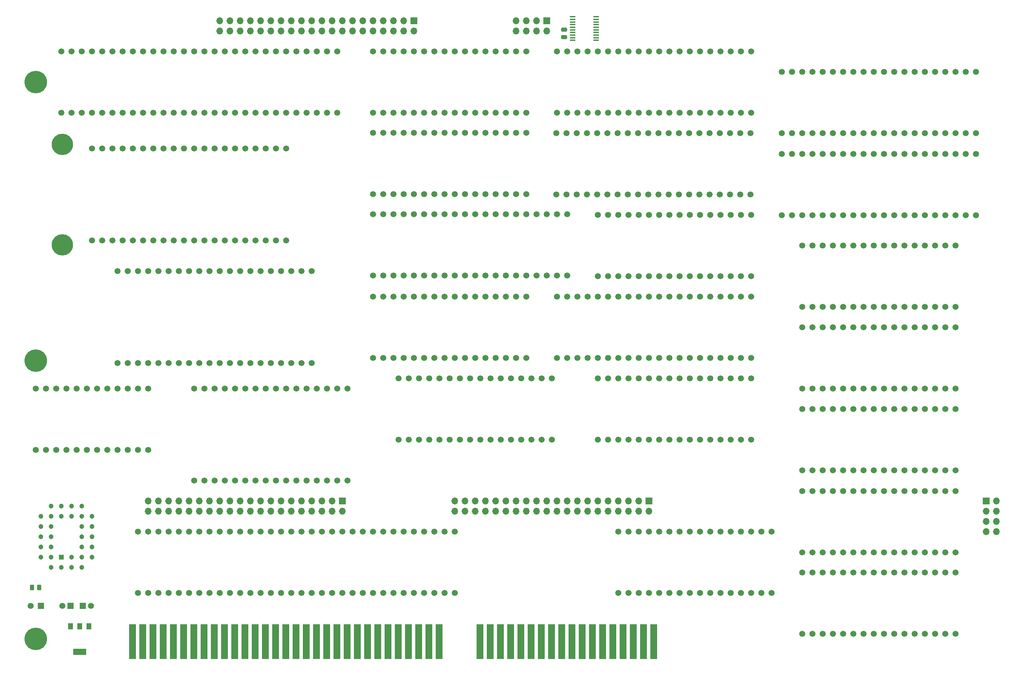
<source format=gts>
%TF.GenerationSoftware,KiCad,Pcbnew,8.0.4*%
%TF.CreationDate,2024-08-23T11:00:08+02:00*%
%TF.ProjectId,Video Board - Signals,56696465-6f20-4426-9f61-7264202d2053,rev?*%
%TF.SameCoordinates,PX18392c0PY1360f00*%
%TF.FileFunction,Soldermask,Top*%
%TF.FilePolarity,Negative*%
%FSLAX46Y46*%
G04 Gerber Fmt 4.6, Leading zero omitted, Abs format (unit mm)*
G04 Created by KiCad (PCBNEW 8.0.4) date 2024-08-23 11:00:08*
%MOMM*%
%LPD*%
G01*
G04 APERTURE LIST*
G04 Aperture macros list*
%AMRoundRect*
0 Rectangle with rounded corners*
0 $1 Rounding radius*
0 $2 $3 $4 $5 $6 $7 $8 $9 X,Y pos of 4 corners*
0 Add a 4 corners polygon primitive as box body*
4,1,4,$2,$3,$4,$5,$6,$7,$8,$9,$2,$3,0*
0 Add four circle primitives for the rounded corners*
1,1,$1+$1,$2,$3*
1,1,$1+$1,$4,$5*
1,1,$1+$1,$6,$7*
1,1,$1+$1,$8,$9*
0 Add four rect primitives between the rounded corners*
20,1,$1+$1,$2,$3,$4,$5,0*
20,1,$1+$1,$4,$5,$6,$7,0*
20,1,$1+$1,$6,$7,$8,$9,0*
20,1,$1+$1,$8,$9,$2,$3,0*%
G04 Aperture macros list end*
%ADD10C,5.600000*%
%ADD11R,1.700000X1.700000*%
%ADD12O,1.700000X1.700000*%
%ADD13R,1.500000X1.500000*%
%ADD14C,1.500000*%
%ADD15R,1.475000X0.450000*%
%ADD16R,1.780000X8.620000*%
%ADD17RoundRect,0.250000X-0.262500X-0.450000X0.262500X-0.450000X0.262500X0.450000X-0.262500X0.450000X0*%
%ADD18R,1.200000X1.200000*%
%ADD19C,1.200000*%
%ADD20C,5.300000*%
%ADD21R,1.200000X1.500000*%
%ADD22R,3.300000X1.500000*%
%ADD23RoundRect,0.250000X-0.475000X0.250000X-0.475000X-0.250000X0.475000X-0.250000X0.475000X0.250000X0*%
G04 APERTURE END LIST*
D10*
%TO.C,H19*%
X0Y0D03*
%TD*%
D11*
%TO.C,J2*%
X152400000Y-104140000D03*
D12*
X152400000Y-106680000D03*
X149860000Y-104140000D03*
X149860000Y-106680000D03*
X147320000Y-104140000D03*
X147320000Y-106680000D03*
X144780000Y-104140000D03*
X144780000Y-106680000D03*
X142240000Y-104140000D03*
X142240000Y-106680000D03*
X139700000Y-104140000D03*
X139700000Y-106680000D03*
X137160000Y-104140000D03*
X137160000Y-106680000D03*
X134620000Y-104140000D03*
X134620000Y-106680000D03*
X132080000Y-104140000D03*
X132080000Y-106680000D03*
X129540000Y-104140000D03*
X129540000Y-106680000D03*
X127000000Y-104140000D03*
X127000000Y-106680000D03*
X124460000Y-104140000D03*
X124460000Y-106680000D03*
X121920000Y-104140000D03*
X121920000Y-106680000D03*
X119380000Y-104140000D03*
X119380000Y-106680000D03*
X116840000Y-104140000D03*
X116840000Y-106680000D03*
X114300000Y-104140000D03*
X114300000Y-106680000D03*
X111760000Y-104140000D03*
X111760000Y-106680000D03*
X109220000Y-104140000D03*
X109220000Y-106680000D03*
X106680000Y-104140000D03*
X106680000Y-106680000D03*
X104140000Y-104140000D03*
X104140000Y-106680000D03*
%TD*%
D13*
%TO.C,C2*%
X11727400Y-130175000D03*
D14*
X13727400Y-130175000D03*
%TD*%
D13*
%TO.C,LED1*%
X1275000Y-130175000D03*
D14*
X-1265000Y-130175000D03*
%TD*%
%TO.C,B9*%
X190500000Y-76200000D03*
X193040000Y-76200000D03*
X195580000Y-76200000D03*
X198120000Y-76200000D03*
X200660000Y-76200000D03*
X203200000Y-76200000D03*
X205740000Y-76200000D03*
X208280000Y-76200000D03*
X210820000Y-76200000D03*
X213360000Y-76200000D03*
X215900000Y-76200000D03*
X218440000Y-76200000D03*
X220980000Y-76200000D03*
X223520000Y-76200000D03*
X226060000Y-76200000D03*
X228600000Y-76200000D03*
X228600000Y-60960000D03*
X226060000Y-60960000D03*
X223520000Y-60960000D03*
X220980000Y-60960000D03*
X218440000Y-60960000D03*
X215900000Y-60960000D03*
X213360000Y-60960000D03*
X210820000Y-60960000D03*
X208280000Y-60960000D03*
X205740000Y-60960000D03*
X203200000Y-60960000D03*
X200660000Y-60960000D03*
X198120000Y-60960000D03*
X195580000Y-60960000D03*
X193040000Y-60960000D03*
X190500000Y-60960000D03*
%TD*%
D15*
%TO.C,IC3*%
X139336000Y10410000D03*
X139336000Y11060000D03*
X139336000Y11710000D03*
X139336000Y12360000D03*
X139336000Y13010000D03*
X139336000Y13660000D03*
X139336000Y14310000D03*
X139336000Y14960000D03*
X139336000Y15610000D03*
X139336000Y16260000D03*
X133460000Y16260000D03*
X133460000Y15610000D03*
X133460000Y14960000D03*
X133460000Y14310000D03*
X133460000Y13660000D03*
X133460000Y13010000D03*
X133460000Y12360000D03*
X133460000Y11710000D03*
X133460000Y11060000D03*
X133460000Y10410000D03*
%TD*%
D14*
%TO.C,B40*%
X233680000Y-17814000D03*
X231140000Y-17814000D03*
X228600000Y-17814000D03*
X226060000Y-17814000D03*
X223520000Y-17814000D03*
X220980000Y-17814000D03*
X218440000Y-17814000D03*
X215900000Y-17814000D03*
X213360000Y-17814000D03*
X210820000Y-17814000D03*
X208280000Y-17814000D03*
X205740000Y-17814000D03*
X203200000Y-17814000D03*
X200660000Y-17814000D03*
X198120000Y-17814000D03*
X195580000Y-17814000D03*
X193040000Y-17814000D03*
X190500000Y-17814000D03*
X187960000Y-17814000D03*
X185420000Y-17814000D03*
X185420000Y-33054000D03*
X187960000Y-33054000D03*
X190500000Y-33054000D03*
X193040000Y-33054000D03*
X195580000Y-33054000D03*
X198120000Y-33054000D03*
X200660000Y-33054000D03*
X203200000Y-33054000D03*
X205740000Y-33054000D03*
X208280000Y-33054000D03*
X210820000Y-33054000D03*
X213360000Y-33054000D03*
X215900000Y-33054000D03*
X218440000Y-33054000D03*
X220980000Y-33054000D03*
X223520000Y-33054000D03*
X226060000Y-33054000D03*
X228600000Y-33054000D03*
X231140000Y-33054000D03*
X233680000Y-33054000D03*
%TD*%
%TO.C,B16*%
X25400000Y-127000000D03*
X27940000Y-127000000D03*
X30480000Y-127000000D03*
X33020000Y-127000000D03*
X35560000Y-127000000D03*
X38100000Y-127000000D03*
X40640000Y-127000000D03*
X43180000Y-127000000D03*
X45720000Y-127000000D03*
X48260000Y-127000000D03*
X50800000Y-127000000D03*
X53340000Y-127000000D03*
X55880000Y-127000000D03*
X58420000Y-127000000D03*
X60960000Y-127000000D03*
X63500000Y-127000000D03*
X66040000Y-127000000D03*
X68580000Y-127000000D03*
X71120000Y-127000000D03*
X73660000Y-127000000D03*
X76200000Y-127000000D03*
X78740000Y-127000000D03*
X81280000Y-127000000D03*
X83820000Y-127000000D03*
X86360000Y-127000000D03*
X88900000Y-127000000D03*
X91440000Y-127000000D03*
X93980000Y-127000000D03*
X96520000Y-127000000D03*
X99060000Y-127000000D03*
X101600000Y-127000000D03*
X104140000Y-127000000D03*
X104140000Y-111760000D03*
X101600000Y-111760000D03*
X99060000Y-111760000D03*
X96520000Y-111760000D03*
X93980000Y-111760000D03*
X91440000Y-111760000D03*
X88900000Y-111760000D03*
X86360000Y-111760000D03*
X83820000Y-111760000D03*
X81280000Y-111760000D03*
X78740000Y-111760000D03*
X76200000Y-111760000D03*
X73660000Y-111760000D03*
X71120000Y-111760000D03*
X68580000Y-111760000D03*
X66040000Y-111760000D03*
X63500000Y-111760000D03*
X60960000Y-111760000D03*
X58420000Y-111760000D03*
X55880000Y-111760000D03*
X53340000Y-111760000D03*
X50800000Y-111760000D03*
X48260000Y-111760000D03*
X45720000Y-111760000D03*
X43180000Y-111760000D03*
X40640000Y-111760000D03*
X38100000Y-111760000D03*
X35560000Y-111760000D03*
X33020000Y-111760000D03*
X30480000Y-111760000D03*
X27940000Y-111760000D03*
X25400000Y-111760000D03*
%TD*%
D16*
%TO.C,J5*%
X24079200Y-139065000D03*
X26619200Y-139065000D03*
X29159200Y-139065000D03*
X31699200Y-139065000D03*
X34239200Y-139065000D03*
X36779200Y-139065000D03*
X39319200Y-139065000D03*
X41859200Y-139065000D03*
X44399200Y-139065000D03*
X46939200Y-139065000D03*
X49479200Y-139065000D03*
X52019200Y-139065000D03*
X54559200Y-139065000D03*
X57099200Y-139065000D03*
X59639200Y-139065000D03*
X62179200Y-139065000D03*
X64719200Y-139065000D03*
X67259200Y-139065000D03*
X69799200Y-139065000D03*
X72339200Y-139065000D03*
X74879200Y-139065000D03*
X77419200Y-139065000D03*
X79959200Y-139065000D03*
X82499200Y-139065000D03*
X85039200Y-139065000D03*
X87579200Y-139065000D03*
X90119200Y-139065000D03*
X92659200Y-139065000D03*
X95199200Y-139065000D03*
X97739200Y-139065000D03*
X100279200Y-139065000D03*
X110439200Y-139065000D03*
X112979200Y-139065000D03*
X115519200Y-139065000D03*
X118059200Y-139065000D03*
X120599200Y-139065000D03*
X123139200Y-139065000D03*
X125679200Y-139065000D03*
X128219200Y-139065000D03*
X130759200Y-139065000D03*
X133299200Y-139065000D03*
X135839200Y-139065000D03*
X138379200Y-139065000D03*
X140919200Y-139065000D03*
X143459200Y-139065000D03*
X145999200Y-139065000D03*
X148539200Y-139065000D03*
X151079200Y-139065000D03*
X153619200Y-139065000D03*
%TD*%
D14*
%TO.C,B26*%
X177800000Y-73660000D03*
X175260000Y-73660000D03*
X172720000Y-73660000D03*
X170180000Y-73660000D03*
X167640000Y-73660000D03*
X165100000Y-73660000D03*
X162560000Y-73660000D03*
X160020000Y-73660000D03*
X157480000Y-73660000D03*
X154940000Y-73660000D03*
X152400000Y-73660000D03*
X149860000Y-73660000D03*
X147320000Y-73660000D03*
X144780000Y-73660000D03*
X142240000Y-73660000D03*
X139700000Y-73660000D03*
X139700000Y-88900000D03*
X142240000Y-88900000D03*
X144780000Y-88900000D03*
X147320000Y-88900000D03*
X149860000Y-88900000D03*
X152400000Y-88900000D03*
X154940000Y-88900000D03*
X157480000Y-88900000D03*
X160020000Y-88900000D03*
X162560000Y-88900000D03*
X165100000Y-88900000D03*
X167640000Y-88900000D03*
X170180000Y-88900000D03*
X172720000Y-88900000D03*
X175260000Y-88900000D03*
X177800000Y-88900000D03*
%TD*%
%TO.C,B38*%
X6350000Y-7620000D03*
X8890000Y-7620000D03*
X11430000Y-7620000D03*
X13970000Y-7620000D03*
X16510000Y-7620000D03*
X19050000Y-7620000D03*
X21590000Y-7620000D03*
X24130000Y-7620000D03*
X26670000Y-7620000D03*
X29210000Y-7620000D03*
X31750000Y-7620000D03*
X34290000Y-7620000D03*
X36830000Y-7620000D03*
X39370000Y-7620000D03*
X41910000Y-7620000D03*
X44450000Y-7620000D03*
X46990000Y-7620000D03*
X49530000Y-7620000D03*
X52070000Y-7620000D03*
X54610000Y-7620000D03*
X57150000Y-7620000D03*
X59690000Y-7620000D03*
X62230000Y-7620000D03*
X64770000Y-7620000D03*
X67310000Y-7620000D03*
X69850000Y-7620000D03*
X72390000Y-7620000D03*
X74930000Y-7620000D03*
X74930000Y7620000D03*
X72390000Y7620000D03*
X69850000Y7620000D03*
X67310000Y7620000D03*
X64770000Y7620000D03*
X62230000Y7620000D03*
X59690000Y7620000D03*
X57150000Y7620000D03*
X54610000Y7620000D03*
X52070000Y7620000D03*
X49530000Y7620000D03*
X46990000Y7620000D03*
X44450000Y7620000D03*
X41910000Y7620000D03*
X39370000Y7620000D03*
X36830000Y7620000D03*
X34290000Y7620000D03*
X31750000Y7620000D03*
X29210000Y7620000D03*
X26670000Y7620000D03*
X24130000Y7620000D03*
X21590000Y7620000D03*
X19050000Y7620000D03*
X16510000Y7620000D03*
X13970000Y7620000D03*
X11430000Y7620000D03*
X8890000Y7620000D03*
X6350000Y7620000D03*
%TD*%
%TO.C,B10*%
X0Y-91440000D03*
X2540000Y-91440000D03*
X5080000Y-91440000D03*
X7620000Y-91440000D03*
X10160000Y-91440000D03*
X12700000Y-91440000D03*
X15240000Y-91440000D03*
X17780000Y-91440000D03*
X20320000Y-91440000D03*
X22860000Y-91440000D03*
X25400000Y-91440000D03*
X27940000Y-91440000D03*
X27940000Y-76200000D03*
X25400000Y-76200000D03*
X22860000Y-76200000D03*
X20320000Y-76200000D03*
X17780000Y-76200000D03*
X15240000Y-76200000D03*
X12700000Y-76200000D03*
X10160000Y-76200000D03*
X7620000Y-76200000D03*
X5080000Y-76200000D03*
X2540000Y-76200000D03*
X0Y-76200000D03*
%TD*%
%TO.C,B12*%
X132080000Y-32850000D03*
X129540000Y-32850000D03*
X127000000Y-32850000D03*
X124460000Y-32850000D03*
X121920000Y-32850000D03*
X119380000Y-32850000D03*
X116840000Y-32850000D03*
X114300000Y-32850000D03*
X111760000Y-32850000D03*
X109220000Y-32850000D03*
X106680000Y-32850000D03*
X104140000Y-32850000D03*
X101600000Y-32850000D03*
X99060000Y-32850000D03*
X96520000Y-32850000D03*
X93980000Y-32850000D03*
X91440000Y-32850000D03*
X88900000Y-32850000D03*
X86360000Y-32850000D03*
X83820000Y-32850000D03*
X83820000Y-48090000D03*
X86360000Y-48090000D03*
X88900000Y-48090000D03*
X91440000Y-48090000D03*
X93980000Y-48090000D03*
X96520000Y-48090000D03*
X99060000Y-48090000D03*
X101600000Y-48090000D03*
X104140000Y-48090000D03*
X106680000Y-48090000D03*
X109220000Y-48090000D03*
X111760000Y-48090000D03*
X114300000Y-48090000D03*
X116840000Y-48090000D03*
X119380000Y-48090000D03*
X121920000Y-48090000D03*
X124460000Y-48090000D03*
X127000000Y-48090000D03*
X129540000Y-48090000D03*
X132080000Y-48090000D03*
%TD*%
D11*
%TO.C,J3*%
X93980000Y15240000D03*
D12*
X93980000Y12700000D03*
X91440000Y15240000D03*
X91440000Y12700000D03*
X88900000Y15240000D03*
X88900000Y12700000D03*
X86360000Y15240000D03*
X86360000Y12700000D03*
X83820000Y15240000D03*
X83820000Y12700000D03*
X81280000Y15240000D03*
X81280000Y12700000D03*
X78740000Y15240000D03*
X78740000Y12700000D03*
X76200000Y15240000D03*
X76200000Y12700000D03*
X73660000Y15240000D03*
X73660000Y12700000D03*
X71120000Y15240000D03*
X71120000Y12700000D03*
X68580000Y15240000D03*
X68580000Y12700000D03*
X66040000Y15240000D03*
X66040000Y12700000D03*
X63500000Y15240000D03*
X63500000Y12700000D03*
X60960000Y15240000D03*
X60960000Y12700000D03*
X58420000Y15240000D03*
X58420000Y12700000D03*
X55880000Y15240000D03*
X55880000Y12700000D03*
X53340000Y15240000D03*
X53340000Y12700000D03*
X50800000Y15240000D03*
X50800000Y12700000D03*
X48260000Y15240000D03*
X48260000Y12700000D03*
X45720000Y15240000D03*
X45720000Y12700000D03*
%TD*%
D17*
%TO.C,R3*%
X-912500Y-125593000D03*
X912500Y-125593000D03*
%TD*%
D14*
%TO.C,B6*%
X177800000Y-33020000D03*
X175260000Y-33020000D03*
X172720000Y-33020000D03*
X170180000Y-33020000D03*
X167640000Y-33020000D03*
X165100000Y-33020000D03*
X162560000Y-33020000D03*
X160020000Y-33020000D03*
X157480000Y-33020000D03*
X154940000Y-33020000D03*
X152400000Y-33020000D03*
X149860000Y-33020000D03*
X147320000Y-33020000D03*
X144780000Y-33020000D03*
X142240000Y-33020000D03*
X139700000Y-33020000D03*
X139700000Y-48260000D03*
X142240000Y-48260000D03*
X144780000Y-48260000D03*
X147320000Y-48260000D03*
X149860000Y-48260000D03*
X152400000Y-48260000D03*
X154940000Y-48260000D03*
X157480000Y-48260000D03*
X160020000Y-48260000D03*
X162560000Y-48260000D03*
X165100000Y-48260000D03*
X167640000Y-48260000D03*
X170180000Y-48260000D03*
X172720000Y-48260000D03*
X175260000Y-48260000D03*
X177800000Y-48260000D03*
%TD*%
D13*
%TO.C,C1*%
X8636000Y-130175000D03*
D14*
X6636000Y-130175000D03*
%TD*%
%TO.C,B8*%
X190500000Y-55880000D03*
X193040000Y-55880000D03*
X195580000Y-55880000D03*
X198120000Y-55880000D03*
X200660000Y-55880000D03*
X203200000Y-55880000D03*
X205740000Y-55880000D03*
X208280000Y-55880000D03*
X210820000Y-55880000D03*
X213360000Y-55880000D03*
X215900000Y-55880000D03*
X218440000Y-55880000D03*
X220980000Y-55880000D03*
X223520000Y-55880000D03*
X226060000Y-55880000D03*
X228600000Y-55880000D03*
X228600000Y-40640000D03*
X226060000Y-40640000D03*
X223520000Y-40640000D03*
X220980000Y-40640000D03*
X218440000Y-40640000D03*
X215900000Y-40640000D03*
X213360000Y-40640000D03*
X210820000Y-40640000D03*
X208280000Y-40640000D03*
X205740000Y-40640000D03*
X203200000Y-40640000D03*
X200660000Y-40640000D03*
X198120000Y-40640000D03*
X195580000Y-40640000D03*
X193040000Y-40640000D03*
X190500000Y-40640000D03*
%TD*%
%TO.C,B7*%
X121920000Y-12564000D03*
X119380000Y-12564000D03*
X116840000Y-12564000D03*
X114300000Y-12564000D03*
X111760000Y-12564000D03*
X109220000Y-12564000D03*
X106680000Y-12564000D03*
X104140000Y-12564000D03*
X101600000Y-12564000D03*
X99060000Y-12564000D03*
X96520000Y-12564000D03*
X93980000Y-12564000D03*
X91440000Y-12564000D03*
X88900000Y-12564000D03*
X86360000Y-12564000D03*
X83820000Y-12564000D03*
X83820000Y-27804000D03*
X86360000Y-27804000D03*
X88900000Y-27804000D03*
X91440000Y-27804000D03*
X93980000Y-27804000D03*
X96520000Y-27804000D03*
X99060000Y-27804000D03*
X101600000Y-27804000D03*
X104140000Y-27804000D03*
X106680000Y-27804000D03*
X109220000Y-27804000D03*
X111760000Y-27804000D03*
X114300000Y-27804000D03*
X116840000Y-27804000D03*
X119380000Y-27804000D03*
X121920000Y-27804000D03*
%TD*%
D18*
%TO.C,IC2*%
X6350000Y-118110000D03*
D19*
X8890000Y-120650000D03*
X8890000Y-118110000D03*
X11430000Y-120650000D03*
X13970000Y-118110000D03*
X11430000Y-118110000D03*
X13970000Y-115570000D03*
X11430000Y-115570000D03*
X13970000Y-113030000D03*
X11430000Y-113030000D03*
X13970000Y-110490000D03*
X11430000Y-110490000D03*
X13970000Y-107950000D03*
X11430000Y-105410000D03*
X11430000Y-107950000D03*
X8890000Y-105410000D03*
X8890000Y-107950000D03*
X6350000Y-105410000D03*
X6350000Y-107950000D03*
X3810000Y-105410000D03*
X1270000Y-107950000D03*
X3810000Y-107950000D03*
X1270000Y-110490000D03*
X3810000Y-110490000D03*
X1270000Y-113030000D03*
X3810000Y-113030000D03*
X1270000Y-115570000D03*
X3810000Y-115570000D03*
X1270000Y-118110000D03*
X3810000Y-120650000D03*
X3810000Y-118110000D03*
X6350000Y-120650000D03*
%TD*%
D10*
%TO.C,H1*%
X0Y-69215000D03*
%TD*%
D20*
%TO.C,B36*%
X6604000Y-40440001D03*
X6604000Y-15440001D03*
D14*
X13970000Y-39370000D03*
X16510000Y-39370000D03*
X19050000Y-39370000D03*
X21590000Y-39370000D03*
X24130000Y-39370000D03*
X26670000Y-39370000D03*
X29210000Y-39370000D03*
X31750000Y-39370000D03*
X34290000Y-39370000D03*
X36830000Y-39370000D03*
X39370000Y-39370000D03*
X41910000Y-39370000D03*
X44450000Y-39370000D03*
X46990000Y-39370000D03*
X49530000Y-39370000D03*
X52070000Y-39370000D03*
X54610000Y-39370000D03*
X57150000Y-39370000D03*
X59690000Y-39370000D03*
X62230000Y-39370000D03*
X62230000Y-16510000D03*
X59690000Y-16510000D03*
X57150000Y-16510000D03*
X54610000Y-16510000D03*
X52070000Y-16510000D03*
X49530000Y-16510000D03*
X46990000Y-16510000D03*
X44450000Y-16510000D03*
X41910000Y-16510000D03*
X39370000Y-16510000D03*
X36830000Y-16510000D03*
X34290000Y-16510000D03*
X31750000Y-16510000D03*
X29210000Y-16510000D03*
X26670000Y-16510000D03*
X24130000Y-16510000D03*
X21590000Y-16510000D03*
X19050000Y-16510000D03*
X16510000Y-16510000D03*
X13970000Y-16510000D03*
%TD*%
%TO.C,B3*%
X177800000Y-53340000D03*
X175260000Y-53340000D03*
X172720000Y-53340000D03*
X170180000Y-53340000D03*
X167640000Y-53340000D03*
X165100000Y-53340000D03*
X162560000Y-53340000D03*
X160020000Y-53340000D03*
X157480000Y-53340000D03*
X154940000Y-53340000D03*
X152400000Y-53340000D03*
X149860000Y-53340000D03*
X147320000Y-53340000D03*
X144780000Y-53340000D03*
X142240000Y-53340000D03*
X139700000Y-53340000D03*
X137160000Y-53340000D03*
X134620000Y-53340000D03*
X132080000Y-53340000D03*
X129540000Y-53340000D03*
X129540000Y-68580000D03*
X132080000Y-68580000D03*
X134620000Y-68580000D03*
X137160000Y-68580000D03*
X139700000Y-68580000D03*
X142240000Y-68580000D03*
X144780000Y-68580000D03*
X147320000Y-68580000D03*
X149860000Y-68580000D03*
X152400000Y-68580000D03*
X154940000Y-68580000D03*
X157480000Y-68580000D03*
X160020000Y-68580000D03*
X162560000Y-68580000D03*
X165100000Y-68580000D03*
X167640000Y-68580000D03*
X170180000Y-68580000D03*
X172720000Y-68580000D03*
X175260000Y-68580000D03*
X177800000Y-68580000D03*
%TD*%
%TO.C,B15*%
X190500000Y-96520000D03*
X193040000Y-96520000D03*
X195580000Y-96520000D03*
X198120000Y-96520000D03*
X200660000Y-96520000D03*
X203200000Y-96520000D03*
X205740000Y-96520000D03*
X208280000Y-96520000D03*
X210820000Y-96520000D03*
X213360000Y-96520000D03*
X215900000Y-96520000D03*
X218440000Y-96520000D03*
X220980000Y-96520000D03*
X223520000Y-96520000D03*
X226060000Y-96520000D03*
X228600000Y-96520000D03*
X228600000Y-81280000D03*
X226060000Y-81280000D03*
X223520000Y-81280000D03*
X220980000Y-81280000D03*
X218440000Y-81280000D03*
X215900000Y-81280000D03*
X213360000Y-81280000D03*
X210820000Y-81280000D03*
X208280000Y-81280000D03*
X205740000Y-81280000D03*
X203200000Y-81280000D03*
X200660000Y-81280000D03*
X198120000Y-81280000D03*
X195580000Y-81280000D03*
X193040000Y-81280000D03*
X190500000Y-81280000D03*
%TD*%
%TO.C,B2*%
X177800000Y7620000D03*
X175260000Y7620000D03*
X172720000Y7620000D03*
X170180000Y7620000D03*
X167640000Y7620000D03*
X165100000Y7620000D03*
X162560000Y7620000D03*
X160020000Y7620000D03*
X157480000Y7620000D03*
X154940000Y7620000D03*
X152400000Y7620000D03*
X149860000Y7620000D03*
X147320000Y7620000D03*
X144780000Y7620000D03*
X142240000Y7620000D03*
X139700000Y7620000D03*
X137160000Y7620000D03*
X134620000Y7620000D03*
X132080000Y7620000D03*
X129540000Y7620000D03*
X129540000Y-7620000D03*
X132080000Y-7620000D03*
X134620000Y-7620000D03*
X137160000Y-7620000D03*
X139700000Y-7620000D03*
X142240000Y-7620000D03*
X144780000Y-7620000D03*
X147320000Y-7620000D03*
X149860000Y-7620000D03*
X152400000Y-7620000D03*
X154940000Y-7620000D03*
X157480000Y-7620000D03*
X160020000Y-7620000D03*
X162560000Y-7620000D03*
X165100000Y-7620000D03*
X167640000Y-7620000D03*
X170180000Y-7620000D03*
X172720000Y-7620000D03*
X175260000Y-7620000D03*
X177800000Y-7620000D03*
%TD*%
%TO.C,B11*%
X190500000Y-137160000D03*
X193040000Y-137160000D03*
X195580000Y-137160000D03*
X198120000Y-137160000D03*
X200660000Y-137160000D03*
X203200000Y-137160000D03*
X205740000Y-137160000D03*
X208280000Y-137160000D03*
X210820000Y-137160000D03*
X213360000Y-137160000D03*
X215900000Y-137160000D03*
X218440000Y-137160000D03*
X220980000Y-137160000D03*
X223520000Y-137160000D03*
X226060000Y-137160000D03*
X228600000Y-137160000D03*
X228600000Y-121920000D03*
X226060000Y-121920000D03*
X223520000Y-121920000D03*
X220980000Y-121920000D03*
X218440000Y-121920000D03*
X215900000Y-121920000D03*
X213360000Y-121920000D03*
X210820000Y-121920000D03*
X208280000Y-121920000D03*
X205740000Y-121920000D03*
X203200000Y-121920000D03*
X200660000Y-121920000D03*
X198120000Y-121920000D03*
X195580000Y-121920000D03*
X193040000Y-121920000D03*
X190500000Y-121920000D03*
%TD*%
D11*
%TO.C,J1*%
X127000000Y15240000D03*
D12*
X127000000Y12700000D03*
X124460000Y15240000D03*
X124460000Y12700000D03*
X121920000Y15240000D03*
X121920000Y12700000D03*
X119380000Y15240000D03*
X119380000Y12700000D03*
%TD*%
D11*
%TO.C,J4*%
X76200000Y-104140000D03*
D12*
X76200000Y-106680000D03*
X73660000Y-104140000D03*
X73660000Y-106680000D03*
X71120000Y-104140000D03*
X71120000Y-106680000D03*
X68580000Y-104140000D03*
X68580000Y-106680000D03*
X66040000Y-104140000D03*
X66040000Y-106680000D03*
X63500000Y-104140000D03*
X63500000Y-106680000D03*
X60960000Y-104140000D03*
X60960000Y-106680000D03*
X58420000Y-104140000D03*
X58420000Y-106680000D03*
X55880000Y-104140000D03*
X55880000Y-106680000D03*
X53340000Y-104140000D03*
X53340000Y-106680000D03*
X50800000Y-104140000D03*
X50800000Y-106680000D03*
X48260000Y-104140000D03*
X48260000Y-106680000D03*
X45720000Y-104140000D03*
X45720000Y-106680000D03*
X43180000Y-104140000D03*
X43180000Y-106680000D03*
X40640000Y-104140000D03*
X40640000Y-106680000D03*
X38100000Y-104140000D03*
X38100000Y-106680000D03*
X35560000Y-104140000D03*
X35560000Y-106680000D03*
X33020000Y-104140000D03*
X33020000Y-106680000D03*
X30480000Y-104140000D03*
X30480000Y-106680000D03*
X27940000Y-104140000D03*
X27940000Y-106680000D03*
%TD*%
D14*
%TO.C,B23*%
X190500000Y-116874000D03*
X193040000Y-116874000D03*
X195580000Y-116874000D03*
X198120000Y-116874000D03*
X200660000Y-116874000D03*
X203200000Y-116874000D03*
X205740000Y-116874000D03*
X208280000Y-116874000D03*
X210820000Y-116874000D03*
X213360000Y-116874000D03*
X215900000Y-116874000D03*
X218440000Y-116874000D03*
X220980000Y-116874000D03*
X223520000Y-116874000D03*
X226060000Y-116874000D03*
X228600000Y-116874000D03*
X228600000Y-101634000D03*
X226060000Y-101634000D03*
X223520000Y-101634000D03*
X220980000Y-101634000D03*
X218440000Y-101634000D03*
X215900000Y-101634000D03*
X213360000Y-101634000D03*
X210820000Y-101634000D03*
X208280000Y-101634000D03*
X205740000Y-101634000D03*
X203200000Y-101634000D03*
X200660000Y-101634000D03*
X198120000Y-101634000D03*
X195580000Y-101634000D03*
X193040000Y-101634000D03*
X190500000Y-101634000D03*
%TD*%
D21*
%TO.C,IC1*%
X13236000Y-135255000D03*
X10936000Y-135255000D03*
X8636000Y-135255000D03*
D22*
X10936000Y-141655000D03*
%TD*%
D14*
%TO.C,B13*%
X121920000Y-53306000D03*
X119380000Y-53306000D03*
X116840000Y-53306000D03*
X114300000Y-53306000D03*
X111760000Y-53306000D03*
X109220000Y-53306000D03*
X106680000Y-53306000D03*
X104140000Y-53306000D03*
X101600000Y-53306000D03*
X99060000Y-53306000D03*
X96520000Y-53306000D03*
X93980000Y-53306000D03*
X91440000Y-53306000D03*
X88900000Y-53306000D03*
X86360000Y-53306000D03*
X83820000Y-53306000D03*
X83820000Y-68546000D03*
X86360000Y-68546000D03*
X88900000Y-68546000D03*
X91440000Y-68546000D03*
X93980000Y-68546000D03*
X96520000Y-68546000D03*
X99060000Y-68546000D03*
X101600000Y-68546000D03*
X104140000Y-68546000D03*
X106680000Y-68546000D03*
X109220000Y-68546000D03*
X111760000Y-68546000D03*
X114300000Y-68546000D03*
X116840000Y-68546000D03*
X119380000Y-68546000D03*
X121920000Y-68546000D03*
%TD*%
%TO.C,B5*%
X177673000Y-12700000D03*
X175133000Y-12700000D03*
X172593000Y-12700000D03*
X170053000Y-12700000D03*
X167513000Y-12700000D03*
X164973000Y-12700000D03*
X162433000Y-12700000D03*
X159893000Y-12700000D03*
X157353000Y-12700000D03*
X154813000Y-12700000D03*
X152273000Y-12700000D03*
X149733000Y-12700000D03*
X147193000Y-12700000D03*
X144653000Y-12700000D03*
X142113000Y-12700000D03*
X139573000Y-12700000D03*
X137033000Y-12700000D03*
X134493000Y-12700000D03*
X131953000Y-12700000D03*
X129413000Y-12700000D03*
X129413000Y-27940000D03*
X131953000Y-27940000D03*
X134493000Y-27940000D03*
X137033000Y-27940000D03*
X139573000Y-27940000D03*
X142113000Y-27940000D03*
X144653000Y-27940000D03*
X147193000Y-27940000D03*
X149733000Y-27940000D03*
X152273000Y-27940000D03*
X154813000Y-27940000D03*
X157353000Y-27940000D03*
X159893000Y-27940000D03*
X162433000Y-27940000D03*
X164973000Y-27940000D03*
X167513000Y-27940000D03*
X170053000Y-27940000D03*
X172593000Y-27940000D03*
X175133000Y-27940000D03*
X177673000Y-27940000D03*
%TD*%
%TO.C,B1*%
X77470000Y-76200000D03*
X74930000Y-76200000D03*
X72390000Y-76200000D03*
X69850000Y-76200000D03*
X67310000Y-76200000D03*
X64770000Y-76200000D03*
X62230000Y-76200000D03*
X59690000Y-76200000D03*
X57150000Y-76200000D03*
X54610000Y-76200000D03*
X52070000Y-76200000D03*
X49530000Y-76200000D03*
X46990000Y-76200000D03*
X44450000Y-76200000D03*
X41910000Y-76200000D03*
X39370000Y-76200000D03*
X39370000Y-99060000D03*
X41910000Y-99060000D03*
X44450000Y-99060000D03*
X46990000Y-99060000D03*
X49530000Y-99060000D03*
X52070000Y-99060000D03*
X54610000Y-99060000D03*
X57150000Y-99060000D03*
X59690000Y-99060000D03*
X62230000Y-99060000D03*
X64770000Y-99060000D03*
X67310000Y-99060000D03*
X69850000Y-99060000D03*
X72390000Y-99060000D03*
X74930000Y-99060000D03*
X77470000Y-99060000D03*
%TD*%
%TO.C,B20*%
X182880000Y-111760000D03*
X180340000Y-111760000D03*
X177800000Y-111760000D03*
X175260000Y-111760000D03*
X172720000Y-111760000D03*
X170180000Y-111760000D03*
X167640000Y-111760000D03*
X165100000Y-111760000D03*
X162560000Y-111760000D03*
X160020000Y-111760000D03*
X157480000Y-111760000D03*
X154940000Y-111760000D03*
X152400000Y-111760000D03*
X149860000Y-111760000D03*
X147320000Y-111760000D03*
X144780000Y-111760000D03*
X144780000Y-127000000D03*
X147320000Y-127000000D03*
X149860000Y-127000000D03*
X152400000Y-127000000D03*
X154940000Y-127000000D03*
X157480000Y-127000000D03*
X160020000Y-127000000D03*
X162560000Y-127000000D03*
X165100000Y-127000000D03*
X167640000Y-127000000D03*
X170180000Y-127000000D03*
X172720000Y-127000000D03*
X175260000Y-127000000D03*
X177800000Y-127000000D03*
X180340000Y-127000000D03*
X182880000Y-127000000D03*
%TD*%
D11*
%TO.C,J6*%
X236220000Y-104140000D03*
D12*
X238760000Y-104140000D03*
X236220000Y-106680000D03*
X238760000Y-106680000D03*
X236220000Y-109220000D03*
X238760000Y-109220000D03*
X236220000Y-111760000D03*
X238760000Y-111760000D03*
%TD*%
D14*
%TO.C,B21*%
X121920000Y7620000D03*
X119380000Y7620000D03*
X116840000Y7620000D03*
X114300000Y7620000D03*
X111760000Y7620000D03*
X109220000Y7620000D03*
X106680000Y7620000D03*
X104140000Y7620000D03*
X101600000Y7620000D03*
X99060000Y7620000D03*
X96520000Y7620000D03*
X93980000Y7620000D03*
X91440000Y7620000D03*
X88900000Y7620000D03*
X86360000Y7620000D03*
X83820000Y7620000D03*
X83820000Y-7620000D03*
X86360000Y-7620000D03*
X88900000Y-7620000D03*
X91440000Y-7620000D03*
X93980000Y-7620000D03*
X96520000Y-7620000D03*
X99060000Y-7620000D03*
X101600000Y-7620000D03*
X104140000Y-7620000D03*
X106680000Y-7620000D03*
X109220000Y-7620000D03*
X111760000Y-7620000D03*
X114300000Y-7620000D03*
X116840000Y-7620000D03*
X119380000Y-7620000D03*
X121920000Y-7620000D03*
%TD*%
%TO.C,B37*%
X68580000Y-46990000D03*
X66040000Y-46990000D03*
X63500000Y-46990000D03*
X60960000Y-46990000D03*
X58420000Y-46990000D03*
X55880000Y-46990000D03*
X53340000Y-46990000D03*
X50800000Y-46990000D03*
X48260000Y-46990000D03*
X45720000Y-46990000D03*
X43180000Y-46990000D03*
X40640000Y-46990000D03*
X38100000Y-46990000D03*
X35560000Y-46990000D03*
X33020000Y-46990000D03*
X30480000Y-46990000D03*
X27940000Y-46990000D03*
X25400000Y-46990000D03*
X22860000Y-46990000D03*
X20320000Y-46990000D03*
X20320000Y-69850000D03*
X22860000Y-69850000D03*
X25400000Y-69850000D03*
X27940000Y-69850000D03*
X30480000Y-69850000D03*
X33020000Y-69850000D03*
X35560000Y-69850000D03*
X38100000Y-69850000D03*
X40640000Y-69850000D03*
X43180000Y-69850000D03*
X45720000Y-69850000D03*
X48260000Y-69850000D03*
X50800000Y-69850000D03*
X53340000Y-69850000D03*
X55880000Y-69850000D03*
X58420000Y-69850000D03*
X60960000Y-69850000D03*
X63500000Y-69850000D03*
X66040000Y-69850000D03*
X68580000Y-69850000D03*
%TD*%
%TO.C,B14*%
X128270000Y-73660000D03*
X125730000Y-73660000D03*
X123190000Y-73660000D03*
X120650000Y-73660000D03*
X118110000Y-73660000D03*
X115570000Y-73660000D03*
X113030000Y-73660000D03*
X110490000Y-73660000D03*
X107950000Y-73660000D03*
X105410000Y-73660000D03*
X102870000Y-73660000D03*
X100330000Y-73660000D03*
X97790000Y-73660000D03*
X95250000Y-73660000D03*
X92710000Y-73660000D03*
X90170000Y-73660000D03*
X90170000Y-88900000D03*
X92710000Y-88900000D03*
X95250000Y-88900000D03*
X97790000Y-88900000D03*
X100330000Y-88900000D03*
X102870000Y-88900000D03*
X105410000Y-88900000D03*
X107950000Y-88900000D03*
X110490000Y-88900000D03*
X113030000Y-88900000D03*
X115570000Y-88900000D03*
X118110000Y-88900000D03*
X120650000Y-88900000D03*
X123190000Y-88900000D03*
X125730000Y-88900000D03*
X128270000Y-88900000D03*
%TD*%
D10*
%TO.C,H9*%
X0Y-138430000D03*
%TD*%
D23*
%TO.C,C3*%
X131318000Y13081000D03*
X131318000Y11181000D03*
%TD*%
D14*
%TO.C,B39*%
X233680000Y2540000D03*
X231140000Y2540000D03*
X228600000Y2540000D03*
X226060000Y2540000D03*
X223520000Y2540000D03*
X220980000Y2540000D03*
X218440000Y2540000D03*
X215900000Y2540000D03*
X213360000Y2540000D03*
X210820000Y2540000D03*
X208280000Y2540000D03*
X205740000Y2540000D03*
X203200000Y2540000D03*
X200660000Y2540000D03*
X198120000Y2540000D03*
X195580000Y2540000D03*
X193040000Y2540000D03*
X190500000Y2540000D03*
X187960000Y2540000D03*
X185420000Y2540000D03*
X185420000Y-12700000D03*
X187960000Y-12700000D03*
X190500000Y-12700000D03*
X193040000Y-12700000D03*
X195580000Y-12700000D03*
X198120000Y-12700000D03*
X200660000Y-12700000D03*
X203200000Y-12700000D03*
X205740000Y-12700000D03*
X208280000Y-12700000D03*
X210820000Y-12700000D03*
X213360000Y-12700000D03*
X215900000Y-12700000D03*
X218440000Y-12700000D03*
X220980000Y-12700000D03*
X223520000Y-12700000D03*
X226060000Y-12700000D03*
X228600000Y-12700000D03*
X231140000Y-12700000D03*
X233680000Y-12700000D03*
%TD*%
M02*

</source>
